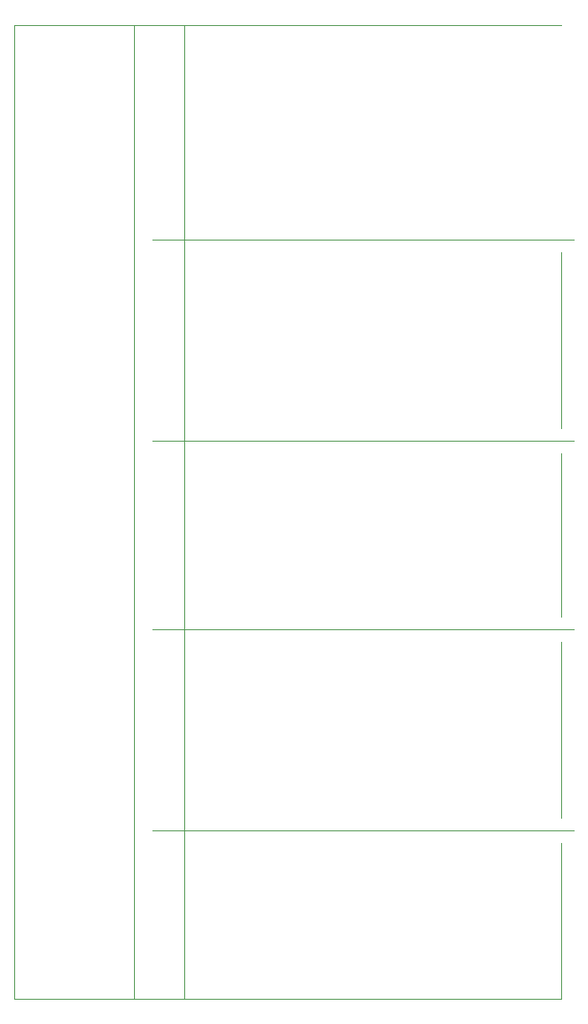
<source format=gbr>
G04 DipTrace 4.3.0.5*
G04 TopAssembly.gbr*
%MOMM*%
G04 #@! TF.FileFunction,Drawing,Top*
G04 #@! TF.Part,Single*
%ADD21C,0.1*%
%FSLAX35Y35*%
G04*
G71*
G90*
G75*
G01*
G04 TopAssy*
%LPD*%
X-317500Y7495500D2*
D21*
X3937000D1*
X-317500Y5463500D2*
X3937000D1*
X-317500Y3558500D2*
X3937000D1*
X-317500Y1526500D2*
X3937000D1*
X-508003Y9667703D2*
X-3D1*
Y-174620D1*
X-508003D1*
Y9667703D1*
X-1714500Y9667700D2*
X3810000D1*
Y7368500D2*
Y5590500D1*
Y5336500D2*
Y3685500D1*
Y3431500D2*
Y1653503D1*
Y1399500D2*
Y-174600D1*
X-1714500D1*
Y9667700D1*
M02*

</source>
